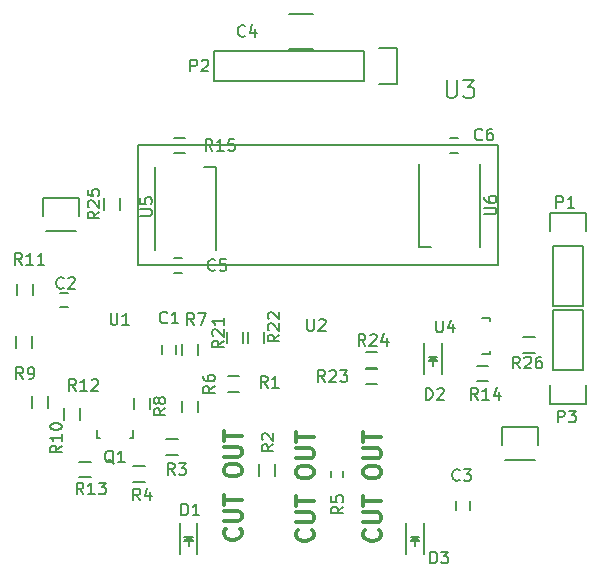
<source format=gbr>
G04 #@! TF.FileFunction,Legend,Top*
%FSLAX46Y46*%
G04 Gerber Fmt 4.6, Leading zero omitted, Abs format (unit mm)*
G04 Created by KiCad (PCBNEW 4.0.2-stable) date 7/28/2016 11:05:09 PM*
%MOMM*%
G01*
G04 APERTURE LIST*
%ADD10C,0.100000*%
%ADD11C,0.300000*%
%ADD12C,0.150000*%
G04 APERTURE END LIST*
D10*
D11*
X155094714Y-111303143D02*
X155166143Y-111374572D01*
X155237571Y-111588858D01*
X155237571Y-111731715D01*
X155166143Y-111946000D01*
X155023286Y-112088858D01*
X154880429Y-112160286D01*
X154594714Y-112231715D01*
X154380429Y-112231715D01*
X154094714Y-112160286D01*
X153951857Y-112088858D01*
X153809000Y-111946000D01*
X153737571Y-111731715D01*
X153737571Y-111588858D01*
X153809000Y-111374572D01*
X153880429Y-111303143D01*
X153737571Y-110660286D02*
X154951857Y-110660286D01*
X155094714Y-110588858D01*
X155166143Y-110517429D01*
X155237571Y-110374572D01*
X155237571Y-110088858D01*
X155166143Y-109946000D01*
X155094714Y-109874572D01*
X154951857Y-109803143D01*
X153737571Y-109803143D01*
X153737571Y-109303143D02*
X153737571Y-108446000D01*
X155237571Y-108874571D02*
X153737571Y-108874571D01*
X153737571Y-106517429D02*
X153737571Y-106231715D01*
X153809000Y-106088857D01*
X153951857Y-105946000D01*
X154237571Y-105874572D01*
X154737571Y-105874572D01*
X155023286Y-105946000D01*
X155166143Y-106088857D01*
X155237571Y-106231715D01*
X155237571Y-106517429D01*
X155166143Y-106660286D01*
X155023286Y-106803143D01*
X154737571Y-106874572D01*
X154237571Y-106874572D01*
X153951857Y-106803143D01*
X153809000Y-106660286D01*
X153737571Y-106517429D01*
X153737571Y-105231714D02*
X154951857Y-105231714D01*
X155094714Y-105160286D01*
X155166143Y-105088857D01*
X155237571Y-104946000D01*
X155237571Y-104660286D01*
X155166143Y-104517428D01*
X155094714Y-104446000D01*
X154951857Y-104374571D01*
X153737571Y-104374571D01*
X153737571Y-103874571D02*
X153737571Y-103017428D01*
X155237571Y-103445999D02*
X153737571Y-103445999D01*
X149379714Y-111303143D02*
X149451143Y-111374572D01*
X149522571Y-111588858D01*
X149522571Y-111731715D01*
X149451143Y-111946000D01*
X149308286Y-112088858D01*
X149165429Y-112160286D01*
X148879714Y-112231715D01*
X148665429Y-112231715D01*
X148379714Y-112160286D01*
X148236857Y-112088858D01*
X148094000Y-111946000D01*
X148022571Y-111731715D01*
X148022571Y-111588858D01*
X148094000Y-111374572D01*
X148165429Y-111303143D01*
X148022571Y-110660286D02*
X149236857Y-110660286D01*
X149379714Y-110588858D01*
X149451143Y-110517429D01*
X149522571Y-110374572D01*
X149522571Y-110088858D01*
X149451143Y-109946000D01*
X149379714Y-109874572D01*
X149236857Y-109803143D01*
X148022571Y-109803143D01*
X148022571Y-109303143D02*
X148022571Y-108446000D01*
X149522571Y-108874571D02*
X148022571Y-108874571D01*
X148022571Y-106517429D02*
X148022571Y-106231715D01*
X148094000Y-106088857D01*
X148236857Y-105946000D01*
X148522571Y-105874572D01*
X149022571Y-105874572D01*
X149308286Y-105946000D01*
X149451143Y-106088857D01*
X149522571Y-106231715D01*
X149522571Y-106517429D01*
X149451143Y-106660286D01*
X149308286Y-106803143D01*
X149022571Y-106874572D01*
X148522571Y-106874572D01*
X148236857Y-106803143D01*
X148094000Y-106660286D01*
X148022571Y-106517429D01*
X148022571Y-105231714D02*
X149236857Y-105231714D01*
X149379714Y-105160286D01*
X149451143Y-105088857D01*
X149522571Y-104946000D01*
X149522571Y-104660286D01*
X149451143Y-104517428D01*
X149379714Y-104446000D01*
X149236857Y-104374571D01*
X148022571Y-104374571D01*
X148022571Y-103874571D02*
X148022571Y-103017428D01*
X149522571Y-103445999D02*
X148022571Y-103445999D01*
X143283714Y-111176143D02*
X143355143Y-111247572D01*
X143426571Y-111461858D01*
X143426571Y-111604715D01*
X143355143Y-111819000D01*
X143212286Y-111961858D01*
X143069429Y-112033286D01*
X142783714Y-112104715D01*
X142569429Y-112104715D01*
X142283714Y-112033286D01*
X142140857Y-111961858D01*
X141998000Y-111819000D01*
X141926571Y-111604715D01*
X141926571Y-111461858D01*
X141998000Y-111247572D01*
X142069429Y-111176143D01*
X141926571Y-110533286D02*
X143140857Y-110533286D01*
X143283714Y-110461858D01*
X143355143Y-110390429D01*
X143426571Y-110247572D01*
X143426571Y-109961858D01*
X143355143Y-109819000D01*
X143283714Y-109747572D01*
X143140857Y-109676143D01*
X141926571Y-109676143D01*
X141926571Y-109176143D02*
X141926571Y-108319000D01*
X143426571Y-108747571D02*
X141926571Y-108747571D01*
X141926571Y-106390429D02*
X141926571Y-106104715D01*
X141998000Y-105961857D01*
X142140857Y-105819000D01*
X142426571Y-105747572D01*
X142926571Y-105747572D01*
X143212286Y-105819000D01*
X143355143Y-105961857D01*
X143426571Y-106104715D01*
X143426571Y-106390429D01*
X143355143Y-106533286D01*
X143212286Y-106676143D01*
X142926571Y-106747572D01*
X142426571Y-106747572D01*
X142140857Y-106676143D01*
X141998000Y-106533286D01*
X141926571Y-106390429D01*
X141926571Y-105104714D02*
X143140857Y-105104714D01*
X143283714Y-105033286D01*
X143355143Y-104961857D01*
X143426571Y-104819000D01*
X143426571Y-104533286D01*
X143355143Y-104390428D01*
X143283714Y-104319000D01*
X143140857Y-104247571D01*
X141926571Y-104247571D01*
X141926571Y-103747571D02*
X141926571Y-102890428D01*
X143426571Y-103318999D02*
X141926571Y-103318999D01*
D12*
X165100000Y-88900000D02*
X134620000Y-88900000D01*
X134620000Y-88900000D02*
X134620000Y-78740000D01*
X134620000Y-78740000D02*
X165100000Y-78740000D01*
X165100000Y-78740000D02*
X165100000Y-88900000D01*
X137887000Y-95662000D02*
X137887000Y-96362000D01*
X136687000Y-96362000D02*
X136687000Y-95662000D01*
X128047000Y-91221000D02*
X128747000Y-91221000D01*
X128747000Y-92421000D02*
X128047000Y-92421000D01*
X161579000Y-109570000D02*
X161579000Y-108870000D01*
X162779000Y-108870000D02*
X162779000Y-109570000D01*
X143248000Y-99608000D02*
X142248000Y-99608000D01*
X142248000Y-98258000D02*
X143248000Y-98258000D01*
X137041000Y-103592000D02*
X138041000Y-103592000D01*
X138041000Y-104942000D02*
X137041000Y-104942000D01*
X134247000Y-105878000D02*
X135247000Y-105878000D01*
X135247000Y-107228000D02*
X134247000Y-107228000D01*
X152036000Y-106803000D02*
X152036000Y-106303000D01*
X150986000Y-106303000D02*
X150986000Y-106803000D01*
X139740000Y-100338000D02*
X139740000Y-101338000D01*
X138390000Y-101338000D02*
X138390000Y-100338000D01*
X138390000Y-96512000D02*
X138390000Y-95512000D01*
X139740000Y-95512000D02*
X139740000Y-96512000D01*
X135676000Y-100084000D02*
X135676000Y-101084000D01*
X134326000Y-101084000D02*
X134326000Y-100084000D01*
X124293000Y-95877000D02*
X124293000Y-94877000D01*
X125643000Y-94877000D02*
X125643000Y-95877000D01*
X125690000Y-100957000D02*
X125690000Y-99957000D01*
X127040000Y-99957000D02*
X127040000Y-100957000D01*
X125770000Y-90432000D02*
X125770000Y-91432000D01*
X124420000Y-91432000D02*
X124420000Y-90432000D01*
X129707000Y-100973000D02*
X129707000Y-101973000D01*
X128357000Y-101973000D02*
X128357000Y-100973000D01*
X129675000Y-105497000D02*
X130675000Y-105497000D01*
X130675000Y-106847000D02*
X129675000Y-106847000D01*
X163330000Y-97369000D02*
X164330000Y-97369000D01*
X164330000Y-98719000D02*
X163330000Y-98719000D01*
X138188000Y-110668000D02*
X138188000Y-113368000D01*
X139688000Y-110668000D02*
X139688000Y-113368000D01*
X138788000Y-112168000D02*
X139038000Y-112168000D01*
X139038000Y-112168000D02*
X138888000Y-112018000D01*
X139288000Y-111918000D02*
X138588000Y-111918000D01*
X138938000Y-112268000D02*
X138938000Y-112618000D01*
X138938000Y-111918000D02*
X139288000Y-112268000D01*
X139288000Y-112268000D02*
X138588000Y-112268000D01*
X138588000Y-112268000D02*
X138938000Y-111918000D01*
X158889000Y-95428000D02*
X158889000Y-98128000D01*
X160389000Y-95428000D02*
X160389000Y-98128000D01*
X159489000Y-96928000D02*
X159739000Y-96928000D01*
X159739000Y-96928000D02*
X159589000Y-96778000D01*
X159989000Y-96678000D02*
X159289000Y-96678000D01*
X159639000Y-97028000D02*
X159639000Y-97378000D01*
X159639000Y-96678000D02*
X159989000Y-97028000D01*
X159989000Y-97028000D02*
X159289000Y-97028000D01*
X159289000Y-97028000D02*
X159639000Y-96678000D01*
X157365000Y-110668000D02*
X157365000Y-113368000D01*
X158865000Y-110668000D02*
X158865000Y-113368000D01*
X157965000Y-112168000D02*
X158215000Y-112168000D01*
X158215000Y-112168000D02*
X158065000Y-112018000D01*
X158465000Y-111918000D02*
X157765000Y-111918000D01*
X158115000Y-112268000D02*
X158115000Y-112618000D01*
X158115000Y-111918000D02*
X158465000Y-112268000D01*
X158465000Y-112268000D02*
X157765000Y-112268000D01*
X157765000Y-112268000D02*
X158115000Y-111918000D01*
X144930500Y-106735500D02*
X144930500Y-105735500D01*
X146280500Y-105735500D02*
X146280500Y-106735500D01*
X153797000Y-73279000D02*
X141097000Y-73279000D01*
X141097000Y-73279000D02*
X141097000Y-70739000D01*
X141097000Y-70739000D02*
X153797000Y-70739000D01*
X156617000Y-73559000D02*
X155067000Y-73559000D01*
X153797000Y-73279000D02*
X153797000Y-70739000D01*
X155067000Y-70459000D02*
X156617000Y-70459000D01*
X156617000Y-70459000D02*
X156617000Y-73559000D01*
X143550000Y-94496000D02*
X143550000Y-95496000D01*
X142200000Y-95496000D02*
X142200000Y-94496000D01*
X145328000Y-94496000D02*
X145328000Y-95496000D01*
X143978000Y-95496000D02*
X143978000Y-94496000D01*
X154932000Y-98973000D02*
X153932000Y-98973000D01*
X153932000Y-97623000D02*
X154932000Y-97623000D01*
X154932000Y-97576000D02*
X153932000Y-97576000D01*
X153932000Y-96226000D02*
X154932000Y-96226000D01*
X131786000Y-84193000D02*
X131786000Y-83193000D01*
X133136000Y-83193000D02*
X133136000Y-84193000D01*
X168267000Y-96306000D02*
X167267000Y-96306000D01*
X167267000Y-94956000D02*
X168267000Y-94956000D01*
X164480240Y-96168160D02*
X164480240Y-96119900D01*
X163779200Y-93369180D02*
X164480240Y-93369180D01*
X164480240Y-93369180D02*
X164480240Y-93618100D01*
X164480240Y-96168160D02*
X164480240Y-96368820D01*
X164480240Y-96368820D02*
X163779200Y-96368820D01*
X137699000Y-88300000D02*
X138399000Y-88300000D01*
X138399000Y-89500000D02*
X137699000Y-89500000D01*
X161767000Y-79340000D02*
X161067000Y-79340000D01*
X161067000Y-78140000D02*
X161767000Y-78140000D01*
X136084000Y-87574000D02*
X136084000Y-80574000D01*
X141284000Y-87574000D02*
X141284000Y-80574000D01*
X141284000Y-80574000D02*
X140284000Y-80574000D01*
X163636000Y-80320000D02*
X163636000Y-87320000D01*
X158436000Y-80320000D02*
X158436000Y-87320000D01*
X158436000Y-87320000D02*
X159436000Y-87320000D01*
X131415840Y-103520240D02*
X131464100Y-103520240D01*
X134214820Y-102819200D02*
X134214820Y-103520240D01*
X134214820Y-103520240D02*
X133965900Y-103520240D01*
X131415840Y-103520240D02*
X131215180Y-103520240D01*
X131215180Y-103520240D02*
X131215180Y-102819200D01*
X129693000Y-83159000D02*
X129693000Y-84709000D01*
X126593000Y-84709000D02*
X126593000Y-83159000D01*
X126593000Y-83159000D02*
X129693000Y-83159000D01*
X126873000Y-85979000D02*
X129413000Y-85979000D01*
X168555000Y-102590000D02*
X168555000Y-104140000D01*
X165455000Y-104140000D02*
X165455000Y-102590000D01*
X165455000Y-102590000D02*
X168555000Y-102590000D01*
X165735000Y-105410000D02*
X168275000Y-105410000D01*
X149463000Y-67613000D02*
X147463000Y-67613000D01*
X147463000Y-70563000D02*
X149463000Y-70563000D01*
X169799000Y-87249000D02*
X169799000Y-92329000D01*
X169799000Y-92329000D02*
X172339000Y-92329000D01*
X172339000Y-92329000D02*
X172339000Y-87249000D01*
X172619000Y-84429000D02*
X172619000Y-85979000D01*
X172339000Y-87249000D02*
X169799000Y-87249000D01*
X169519000Y-85979000D02*
X169519000Y-84429000D01*
X169519000Y-84429000D02*
X172619000Y-84429000D01*
X172339000Y-97790000D02*
X172339000Y-92710000D01*
X172339000Y-92710000D02*
X169799000Y-92710000D01*
X169799000Y-92710000D02*
X169799000Y-97790000D01*
X169519000Y-100610000D02*
X169519000Y-99060000D01*
X169799000Y-97790000D02*
X172339000Y-97790000D01*
X172619000Y-99060000D02*
X172619000Y-100610000D01*
X172619000Y-100610000D02*
X169519000Y-100610000D01*
X138676000Y-79415000D02*
X137676000Y-79415000D01*
X137676000Y-78065000D02*
X138676000Y-78065000D01*
X160782143Y-73219571D02*
X160782143Y-74433857D01*
X160853571Y-74576714D01*
X160925000Y-74648143D01*
X161067857Y-74719571D01*
X161353571Y-74719571D01*
X161496429Y-74648143D01*
X161567857Y-74576714D01*
X161639286Y-74433857D01*
X161639286Y-73219571D01*
X162210715Y-73219571D02*
X163139286Y-73219571D01*
X162639286Y-73791000D01*
X162853572Y-73791000D01*
X162996429Y-73862429D01*
X163067858Y-73933857D01*
X163139286Y-74076714D01*
X163139286Y-74433857D01*
X163067858Y-74576714D01*
X162996429Y-74648143D01*
X162853572Y-74719571D01*
X162425000Y-74719571D01*
X162282143Y-74648143D01*
X162210715Y-74576714D01*
X137120334Y-93702143D02*
X137072715Y-93749762D01*
X136929858Y-93797381D01*
X136834620Y-93797381D01*
X136691762Y-93749762D01*
X136596524Y-93654524D01*
X136548905Y-93559286D01*
X136501286Y-93368810D01*
X136501286Y-93225952D01*
X136548905Y-93035476D01*
X136596524Y-92940238D01*
X136691762Y-92845000D01*
X136834620Y-92797381D01*
X136929858Y-92797381D01*
X137072715Y-92845000D01*
X137120334Y-92892619D01*
X138072715Y-93797381D02*
X137501286Y-93797381D01*
X137787000Y-93797381D02*
X137787000Y-92797381D01*
X137691762Y-92940238D01*
X137596524Y-93035476D01*
X137501286Y-93083095D01*
X128357334Y-90781143D02*
X128309715Y-90828762D01*
X128166858Y-90876381D01*
X128071620Y-90876381D01*
X127928762Y-90828762D01*
X127833524Y-90733524D01*
X127785905Y-90638286D01*
X127738286Y-90447810D01*
X127738286Y-90304952D01*
X127785905Y-90114476D01*
X127833524Y-90019238D01*
X127928762Y-89924000D01*
X128071620Y-89876381D01*
X128166858Y-89876381D01*
X128309715Y-89924000D01*
X128357334Y-89971619D01*
X128738286Y-89971619D02*
X128785905Y-89924000D01*
X128881143Y-89876381D01*
X129119239Y-89876381D01*
X129214477Y-89924000D01*
X129262096Y-89971619D01*
X129309715Y-90066857D01*
X129309715Y-90162095D01*
X129262096Y-90304952D01*
X128690667Y-90876381D01*
X129309715Y-90876381D01*
X161885334Y-107037143D02*
X161837715Y-107084762D01*
X161694858Y-107132381D01*
X161599620Y-107132381D01*
X161456762Y-107084762D01*
X161361524Y-106989524D01*
X161313905Y-106894286D01*
X161266286Y-106703810D01*
X161266286Y-106560952D01*
X161313905Y-106370476D01*
X161361524Y-106275238D01*
X161456762Y-106180000D01*
X161599620Y-106132381D01*
X161694858Y-106132381D01*
X161837715Y-106180000D01*
X161885334Y-106227619D01*
X162218667Y-106132381D02*
X162837715Y-106132381D01*
X162504381Y-106513333D01*
X162647239Y-106513333D01*
X162742477Y-106560952D01*
X162790096Y-106608571D01*
X162837715Y-106703810D01*
X162837715Y-106941905D01*
X162790096Y-107037143D01*
X162742477Y-107084762D01*
X162647239Y-107132381D01*
X162361524Y-107132381D01*
X162266286Y-107084762D01*
X162218667Y-107037143D01*
X145629334Y-99258381D02*
X145296000Y-98782190D01*
X145057905Y-99258381D02*
X145057905Y-98258381D01*
X145438858Y-98258381D01*
X145534096Y-98306000D01*
X145581715Y-98353619D01*
X145629334Y-98448857D01*
X145629334Y-98591714D01*
X145581715Y-98686952D01*
X145534096Y-98734571D01*
X145438858Y-98782190D01*
X145057905Y-98782190D01*
X146581715Y-99258381D02*
X146010286Y-99258381D01*
X146296000Y-99258381D02*
X146296000Y-98258381D01*
X146200762Y-98401238D01*
X146105524Y-98496476D01*
X146010286Y-98544095D01*
X137755334Y-106624381D02*
X137422000Y-106148190D01*
X137183905Y-106624381D02*
X137183905Y-105624381D01*
X137564858Y-105624381D01*
X137660096Y-105672000D01*
X137707715Y-105719619D01*
X137755334Y-105814857D01*
X137755334Y-105957714D01*
X137707715Y-106052952D01*
X137660096Y-106100571D01*
X137564858Y-106148190D01*
X137183905Y-106148190D01*
X138088667Y-105624381D02*
X138707715Y-105624381D01*
X138374381Y-106005333D01*
X138517239Y-106005333D01*
X138612477Y-106052952D01*
X138660096Y-106100571D01*
X138707715Y-106195810D01*
X138707715Y-106433905D01*
X138660096Y-106529143D01*
X138612477Y-106576762D01*
X138517239Y-106624381D01*
X138231524Y-106624381D01*
X138136286Y-106576762D01*
X138088667Y-106529143D01*
X134834334Y-108783381D02*
X134501000Y-108307190D01*
X134262905Y-108783381D02*
X134262905Y-107783381D01*
X134643858Y-107783381D01*
X134739096Y-107831000D01*
X134786715Y-107878619D01*
X134834334Y-107973857D01*
X134834334Y-108116714D01*
X134786715Y-108211952D01*
X134739096Y-108259571D01*
X134643858Y-108307190D01*
X134262905Y-108307190D01*
X135691477Y-108116714D02*
X135691477Y-108783381D01*
X135453381Y-107735762D02*
X135215286Y-108450048D01*
X135834334Y-108450048D01*
X152026881Y-109323166D02*
X151550690Y-109656500D01*
X152026881Y-109894595D02*
X151026881Y-109894595D01*
X151026881Y-109513642D01*
X151074500Y-109418404D01*
X151122119Y-109370785D01*
X151217357Y-109323166D01*
X151360214Y-109323166D01*
X151455452Y-109370785D01*
X151503071Y-109418404D01*
X151550690Y-109513642D01*
X151550690Y-109894595D01*
X151026881Y-108418404D02*
X151026881Y-108894595D01*
X151503071Y-108942214D01*
X151455452Y-108894595D01*
X151407833Y-108799357D01*
X151407833Y-108561261D01*
X151455452Y-108466023D01*
X151503071Y-108418404D01*
X151598310Y-108370785D01*
X151836405Y-108370785D01*
X151931643Y-108418404D01*
X151979262Y-108466023D01*
X152026881Y-108561261D01*
X152026881Y-108799357D01*
X151979262Y-108894595D01*
X151931643Y-108942214D01*
X141168381Y-99099666D02*
X140692190Y-99433000D01*
X141168381Y-99671095D02*
X140168381Y-99671095D01*
X140168381Y-99290142D01*
X140216000Y-99194904D01*
X140263619Y-99147285D01*
X140358857Y-99099666D01*
X140501714Y-99099666D01*
X140596952Y-99147285D01*
X140644571Y-99194904D01*
X140692190Y-99290142D01*
X140692190Y-99671095D01*
X140168381Y-98242523D02*
X140168381Y-98433000D01*
X140216000Y-98528238D01*
X140263619Y-98575857D01*
X140406476Y-98671095D01*
X140596952Y-98718714D01*
X140977905Y-98718714D01*
X141073143Y-98671095D01*
X141120762Y-98623476D01*
X141168381Y-98528238D01*
X141168381Y-98337761D01*
X141120762Y-98242523D01*
X141073143Y-98194904D01*
X140977905Y-98147285D01*
X140739810Y-98147285D01*
X140644571Y-98194904D01*
X140596952Y-98242523D01*
X140549333Y-98337761D01*
X140549333Y-98528238D01*
X140596952Y-98623476D01*
X140644571Y-98671095D01*
X140739810Y-98718714D01*
X139406334Y-93924381D02*
X139073000Y-93448190D01*
X138834905Y-93924381D02*
X138834905Y-92924381D01*
X139215858Y-92924381D01*
X139311096Y-92972000D01*
X139358715Y-93019619D01*
X139406334Y-93114857D01*
X139406334Y-93257714D01*
X139358715Y-93352952D01*
X139311096Y-93400571D01*
X139215858Y-93448190D01*
X138834905Y-93448190D01*
X139739667Y-92924381D02*
X140406334Y-92924381D01*
X139977762Y-93924381D01*
X136977381Y-101004666D02*
X136501190Y-101338000D01*
X136977381Y-101576095D02*
X135977381Y-101576095D01*
X135977381Y-101195142D01*
X136025000Y-101099904D01*
X136072619Y-101052285D01*
X136167857Y-101004666D01*
X136310714Y-101004666D01*
X136405952Y-101052285D01*
X136453571Y-101099904D01*
X136501190Y-101195142D01*
X136501190Y-101576095D01*
X136405952Y-100433238D02*
X136358333Y-100528476D01*
X136310714Y-100576095D01*
X136215476Y-100623714D01*
X136167857Y-100623714D01*
X136072619Y-100576095D01*
X136025000Y-100528476D01*
X135977381Y-100433238D01*
X135977381Y-100242761D01*
X136025000Y-100147523D01*
X136072619Y-100099904D01*
X136167857Y-100052285D01*
X136215476Y-100052285D01*
X136310714Y-100099904D01*
X136358333Y-100147523D01*
X136405952Y-100242761D01*
X136405952Y-100433238D01*
X136453571Y-100528476D01*
X136501190Y-100576095D01*
X136596429Y-100623714D01*
X136786905Y-100623714D01*
X136882143Y-100576095D01*
X136929762Y-100528476D01*
X136977381Y-100433238D01*
X136977381Y-100242761D01*
X136929762Y-100147523D01*
X136882143Y-100099904D01*
X136786905Y-100052285D01*
X136596429Y-100052285D01*
X136501190Y-100099904D01*
X136453571Y-100147523D01*
X136405952Y-100242761D01*
X124928334Y-98496381D02*
X124595000Y-98020190D01*
X124356905Y-98496381D02*
X124356905Y-97496381D01*
X124737858Y-97496381D01*
X124833096Y-97544000D01*
X124880715Y-97591619D01*
X124928334Y-97686857D01*
X124928334Y-97829714D01*
X124880715Y-97924952D01*
X124833096Y-97972571D01*
X124737858Y-98020190D01*
X124356905Y-98020190D01*
X125404524Y-98496381D02*
X125595000Y-98496381D01*
X125690239Y-98448762D01*
X125737858Y-98401143D01*
X125833096Y-98258286D01*
X125880715Y-98067810D01*
X125880715Y-97686857D01*
X125833096Y-97591619D01*
X125785477Y-97544000D01*
X125690239Y-97496381D01*
X125499762Y-97496381D01*
X125404524Y-97544000D01*
X125356905Y-97591619D01*
X125309286Y-97686857D01*
X125309286Y-97924952D01*
X125356905Y-98020190D01*
X125404524Y-98067810D01*
X125499762Y-98115429D01*
X125690239Y-98115429D01*
X125785477Y-98067810D01*
X125833096Y-98020190D01*
X125880715Y-97924952D01*
X128214381Y-104147857D02*
X127738190Y-104481191D01*
X128214381Y-104719286D02*
X127214381Y-104719286D01*
X127214381Y-104338333D01*
X127262000Y-104243095D01*
X127309619Y-104195476D01*
X127404857Y-104147857D01*
X127547714Y-104147857D01*
X127642952Y-104195476D01*
X127690571Y-104243095D01*
X127738190Y-104338333D01*
X127738190Y-104719286D01*
X128214381Y-103195476D02*
X128214381Y-103766905D01*
X128214381Y-103481191D02*
X127214381Y-103481191D01*
X127357238Y-103576429D01*
X127452476Y-103671667D01*
X127500095Y-103766905D01*
X127214381Y-102576429D02*
X127214381Y-102481190D01*
X127262000Y-102385952D01*
X127309619Y-102338333D01*
X127404857Y-102290714D01*
X127595333Y-102243095D01*
X127833429Y-102243095D01*
X128023905Y-102290714D01*
X128119143Y-102338333D01*
X128166762Y-102385952D01*
X128214381Y-102481190D01*
X128214381Y-102576429D01*
X128166762Y-102671667D01*
X128119143Y-102719286D01*
X128023905Y-102766905D01*
X127833429Y-102814524D01*
X127595333Y-102814524D01*
X127404857Y-102766905D01*
X127309619Y-102719286D01*
X127262000Y-102671667D01*
X127214381Y-102576429D01*
X124833143Y-88844381D02*
X124499809Y-88368190D01*
X124261714Y-88844381D02*
X124261714Y-87844381D01*
X124642667Y-87844381D01*
X124737905Y-87892000D01*
X124785524Y-87939619D01*
X124833143Y-88034857D01*
X124833143Y-88177714D01*
X124785524Y-88272952D01*
X124737905Y-88320571D01*
X124642667Y-88368190D01*
X124261714Y-88368190D01*
X125785524Y-88844381D02*
X125214095Y-88844381D01*
X125499809Y-88844381D02*
X125499809Y-87844381D01*
X125404571Y-87987238D01*
X125309333Y-88082476D01*
X125214095Y-88130095D01*
X126737905Y-88844381D02*
X126166476Y-88844381D01*
X126452190Y-88844381D02*
X126452190Y-87844381D01*
X126356952Y-87987238D01*
X126261714Y-88082476D01*
X126166476Y-88130095D01*
X129405143Y-99512381D02*
X129071809Y-99036190D01*
X128833714Y-99512381D02*
X128833714Y-98512381D01*
X129214667Y-98512381D01*
X129309905Y-98560000D01*
X129357524Y-98607619D01*
X129405143Y-98702857D01*
X129405143Y-98845714D01*
X129357524Y-98940952D01*
X129309905Y-98988571D01*
X129214667Y-99036190D01*
X128833714Y-99036190D01*
X130357524Y-99512381D02*
X129786095Y-99512381D01*
X130071809Y-99512381D02*
X130071809Y-98512381D01*
X129976571Y-98655238D01*
X129881333Y-98750476D01*
X129786095Y-98798095D01*
X130738476Y-98607619D02*
X130786095Y-98560000D01*
X130881333Y-98512381D01*
X131119429Y-98512381D01*
X131214667Y-98560000D01*
X131262286Y-98607619D01*
X131309905Y-98702857D01*
X131309905Y-98798095D01*
X131262286Y-98940952D01*
X130690857Y-99512381D01*
X131309905Y-99512381D01*
X130040143Y-108275381D02*
X129706809Y-107799190D01*
X129468714Y-108275381D02*
X129468714Y-107275381D01*
X129849667Y-107275381D01*
X129944905Y-107323000D01*
X129992524Y-107370619D01*
X130040143Y-107465857D01*
X130040143Y-107608714D01*
X129992524Y-107703952D01*
X129944905Y-107751571D01*
X129849667Y-107799190D01*
X129468714Y-107799190D01*
X130992524Y-108275381D02*
X130421095Y-108275381D01*
X130706809Y-108275381D02*
X130706809Y-107275381D01*
X130611571Y-107418238D01*
X130516333Y-107513476D01*
X130421095Y-107561095D01*
X131325857Y-107275381D02*
X131944905Y-107275381D01*
X131611571Y-107656333D01*
X131754429Y-107656333D01*
X131849667Y-107703952D01*
X131897286Y-107751571D01*
X131944905Y-107846810D01*
X131944905Y-108084905D01*
X131897286Y-108180143D01*
X131849667Y-108227762D01*
X131754429Y-108275381D01*
X131468714Y-108275381D01*
X131373476Y-108227762D01*
X131325857Y-108180143D01*
X163441143Y-100274381D02*
X163107809Y-99798190D01*
X162869714Y-100274381D02*
X162869714Y-99274381D01*
X163250667Y-99274381D01*
X163345905Y-99322000D01*
X163393524Y-99369619D01*
X163441143Y-99464857D01*
X163441143Y-99607714D01*
X163393524Y-99702952D01*
X163345905Y-99750571D01*
X163250667Y-99798190D01*
X162869714Y-99798190D01*
X164393524Y-100274381D02*
X163822095Y-100274381D01*
X164107809Y-100274381D02*
X164107809Y-99274381D01*
X164012571Y-99417238D01*
X163917333Y-99512476D01*
X163822095Y-99560095D01*
X165250667Y-99607714D02*
X165250667Y-100274381D01*
X165012571Y-99226762D02*
X164774476Y-99941048D01*
X165393524Y-99941048D01*
X148971095Y-93432381D02*
X148971095Y-94241905D01*
X149018714Y-94337143D01*
X149066333Y-94384762D01*
X149161571Y-94432381D01*
X149352048Y-94432381D01*
X149447286Y-94384762D01*
X149494905Y-94337143D01*
X149542524Y-94241905D01*
X149542524Y-93432381D01*
X149971095Y-93527619D02*
X150018714Y-93480000D01*
X150113952Y-93432381D01*
X150352048Y-93432381D01*
X150447286Y-93480000D01*
X150494905Y-93527619D01*
X150542524Y-93622857D01*
X150542524Y-93718095D01*
X150494905Y-93860952D01*
X149923476Y-94432381D01*
X150542524Y-94432381D01*
X132334095Y-92924381D02*
X132334095Y-93733905D01*
X132381714Y-93829143D01*
X132429333Y-93876762D01*
X132524571Y-93924381D01*
X132715048Y-93924381D01*
X132810286Y-93876762D01*
X132857905Y-93829143D01*
X132905524Y-93733905D01*
X132905524Y-92924381D01*
X133905524Y-93924381D02*
X133334095Y-93924381D01*
X133619809Y-93924381D02*
X133619809Y-92924381D01*
X133524571Y-93067238D01*
X133429333Y-93162476D01*
X133334095Y-93210095D01*
X138326905Y-110053381D02*
X138326905Y-109053381D01*
X138565000Y-109053381D01*
X138707858Y-109101000D01*
X138803096Y-109196238D01*
X138850715Y-109291476D01*
X138898334Y-109481952D01*
X138898334Y-109624810D01*
X138850715Y-109815286D01*
X138803096Y-109910524D01*
X138707858Y-110005762D01*
X138565000Y-110053381D01*
X138326905Y-110053381D01*
X139850715Y-110053381D02*
X139279286Y-110053381D01*
X139565000Y-110053381D02*
X139565000Y-109053381D01*
X139469762Y-109196238D01*
X139374524Y-109291476D01*
X139279286Y-109339095D01*
X159027905Y-100274381D02*
X159027905Y-99274381D01*
X159266000Y-99274381D01*
X159408858Y-99322000D01*
X159504096Y-99417238D01*
X159551715Y-99512476D01*
X159599334Y-99702952D01*
X159599334Y-99845810D01*
X159551715Y-100036286D01*
X159504096Y-100131524D01*
X159408858Y-100226762D01*
X159266000Y-100274381D01*
X159027905Y-100274381D01*
X159980286Y-99369619D02*
X160027905Y-99322000D01*
X160123143Y-99274381D01*
X160361239Y-99274381D01*
X160456477Y-99322000D01*
X160504096Y-99369619D01*
X160551715Y-99464857D01*
X160551715Y-99560095D01*
X160504096Y-99702952D01*
X159932667Y-100274381D01*
X160551715Y-100274381D01*
X159408905Y-114117381D02*
X159408905Y-113117381D01*
X159647000Y-113117381D01*
X159789858Y-113165000D01*
X159885096Y-113260238D01*
X159932715Y-113355476D01*
X159980334Y-113545952D01*
X159980334Y-113688810D01*
X159932715Y-113879286D01*
X159885096Y-113974524D01*
X159789858Y-114069762D01*
X159647000Y-114117381D01*
X159408905Y-114117381D01*
X160313667Y-113117381D02*
X160932715Y-113117381D01*
X160599381Y-113498333D01*
X160742239Y-113498333D01*
X160837477Y-113545952D01*
X160885096Y-113593571D01*
X160932715Y-113688810D01*
X160932715Y-113926905D01*
X160885096Y-114022143D01*
X160837477Y-114069762D01*
X160742239Y-114117381D01*
X160456524Y-114117381D01*
X160361286Y-114069762D01*
X160313667Y-114022143D01*
X146121381Y-104052666D02*
X145645190Y-104386000D01*
X146121381Y-104624095D02*
X145121381Y-104624095D01*
X145121381Y-104243142D01*
X145169000Y-104147904D01*
X145216619Y-104100285D01*
X145311857Y-104052666D01*
X145454714Y-104052666D01*
X145549952Y-104100285D01*
X145597571Y-104147904D01*
X145645190Y-104243142D01*
X145645190Y-104624095D01*
X145216619Y-103671714D02*
X145169000Y-103624095D01*
X145121381Y-103528857D01*
X145121381Y-103290761D01*
X145169000Y-103195523D01*
X145216619Y-103147904D01*
X145311857Y-103100285D01*
X145407095Y-103100285D01*
X145549952Y-103147904D01*
X146121381Y-103719333D01*
X146121381Y-103100285D01*
X139088905Y-72461381D02*
X139088905Y-71461381D01*
X139469858Y-71461381D01*
X139565096Y-71509000D01*
X139612715Y-71556619D01*
X139660334Y-71651857D01*
X139660334Y-71794714D01*
X139612715Y-71889952D01*
X139565096Y-71937571D01*
X139469858Y-71985190D01*
X139088905Y-71985190D01*
X140041286Y-71556619D02*
X140088905Y-71509000D01*
X140184143Y-71461381D01*
X140422239Y-71461381D01*
X140517477Y-71509000D01*
X140565096Y-71556619D01*
X140612715Y-71651857D01*
X140612715Y-71747095D01*
X140565096Y-71889952D01*
X139993667Y-72461381D01*
X140612715Y-72461381D01*
X141930381Y-95257857D02*
X141454190Y-95591191D01*
X141930381Y-95829286D02*
X140930381Y-95829286D01*
X140930381Y-95448333D01*
X140978000Y-95353095D01*
X141025619Y-95305476D01*
X141120857Y-95257857D01*
X141263714Y-95257857D01*
X141358952Y-95305476D01*
X141406571Y-95353095D01*
X141454190Y-95448333D01*
X141454190Y-95829286D01*
X141025619Y-94876905D02*
X140978000Y-94829286D01*
X140930381Y-94734048D01*
X140930381Y-94495952D01*
X140978000Y-94400714D01*
X141025619Y-94353095D01*
X141120857Y-94305476D01*
X141216095Y-94305476D01*
X141358952Y-94353095D01*
X141930381Y-94924524D01*
X141930381Y-94305476D01*
X141930381Y-93353095D02*
X141930381Y-93924524D01*
X141930381Y-93638810D02*
X140930381Y-93638810D01*
X141073238Y-93734048D01*
X141168476Y-93829286D01*
X141216095Y-93924524D01*
X146629381Y-94749857D02*
X146153190Y-95083191D01*
X146629381Y-95321286D02*
X145629381Y-95321286D01*
X145629381Y-94940333D01*
X145677000Y-94845095D01*
X145724619Y-94797476D01*
X145819857Y-94749857D01*
X145962714Y-94749857D01*
X146057952Y-94797476D01*
X146105571Y-94845095D01*
X146153190Y-94940333D01*
X146153190Y-95321286D01*
X145724619Y-94368905D02*
X145677000Y-94321286D01*
X145629381Y-94226048D01*
X145629381Y-93987952D01*
X145677000Y-93892714D01*
X145724619Y-93845095D01*
X145819857Y-93797476D01*
X145915095Y-93797476D01*
X146057952Y-93845095D01*
X146629381Y-94416524D01*
X146629381Y-93797476D01*
X145724619Y-93416524D02*
X145677000Y-93368905D01*
X145629381Y-93273667D01*
X145629381Y-93035571D01*
X145677000Y-92940333D01*
X145724619Y-92892714D01*
X145819857Y-92845095D01*
X145915095Y-92845095D01*
X146057952Y-92892714D01*
X146629381Y-93464143D01*
X146629381Y-92845095D01*
X150487143Y-98750381D02*
X150153809Y-98274190D01*
X149915714Y-98750381D02*
X149915714Y-97750381D01*
X150296667Y-97750381D01*
X150391905Y-97798000D01*
X150439524Y-97845619D01*
X150487143Y-97940857D01*
X150487143Y-98083714D01*
X150439524Y-98178952D01*
X150391905Y-98226571D01*
X150296667Y-98274190D01*
X149915714Y-98274190D01*
X150868095Y-97845619D02*
X150915714Y-97798000D01*
X151010952Y-97750381D01*
X151249048Y-97750381D01*
X151344286Y-97798000D01*
X151391905Y-97845619D01*
X151439524Y-97940857D01*
X151439524Y-98036095D01*
X151391905Y-98178952D01*
X150820476Y-98750381D01*
X151439524Y-98750381D01*
X151772857Y-97750381D02*
X152391905Y-97750381D01*
X152058571Y-98131333D01*
X152201429Y-98131333D01*
X152296667Y-98178952D01*
X152344286Y-98226571D01*
X152391905Y-98321810D01*
X152391905Y-98559905D01*
X152344286Y-98655143D01*
X152296667Y-98702762D01*
X152201429Y-98750381D01*
X151915714Y-98750381D01*
X151820476Y-98702762D01*
X151772857Y-98655143D01*
X153916143Y-95702381D02*
X153582809Y-95226190D01*
X153344714Y-95702381D02*
X153344714Y-94702381D01*
X153725667Y-94702381D01*
X153820905Y-94750000D01*
X153868524Y-94797619D01*
X153916143Y-94892857D01*
X153916143Y-95035714D01*
X153868524Y-95130952D01*
X153820905Y-95178571D01*
X153725667Y-95226190D01*
X153344714Y-95226190D01*
X154297095Y-94797619D02*
X154344714Y-94750000D01*
X154439952Y-94702381D01*
X154678048Y-94702381D01*
X154773286Y-94750000D01*
X154820905Y-94797619D01*
X154868524Y-94892857D01*
X154868524Y-94988095D01*
X154820905Y-95130952D01*
X154249476Y-95702381D01*
X154868524Y-95702381D01*
X155725667Y-95035714D02*
X155725667Y-95702381D01*
X155487571Y-94654762D02*
X155249476Y-95369048D01*
X155868524Y-95369048D01*
X131389381Y-84335857D02*
X130913190Y-84669191D01*
X131389381Y-84907286D02*
X130389381Y-84907286D01*
X130389381Y-84526333D01*
X130437000Y-84431095D01*
X130484619Y-84383476D01*
X130579857Y-84335857D01*
X130722714Y-84335857D01*
X130817952Y-84383476D01*
X130865571Y-84431095D01*
X130913190Y-84526333D01*
X130913190Y-84907286D01*
X130484619Y-83954905D02*
X130437000Y-83907286D01*
X130389381Y-83812048D01*
X130389381Y-83573952D01*
X130437000Y-83478714D01*
X130484619Y-83431095D01*
X130579857Y-83383476D01*
X130675095Y-83383476D01*
X130817952Y-83431095D01*
X131389381Y-84002524D01*
X131389381Y-83383476D01*
X130389381Y-82478714D02*
X130389381Y-82954905D01*
X130865571Y-83002524D01*
X130817952Y-82954905D01*
X130770333Y-82859667D01*
X130770333Y-82621571D01*
X130817952Y-82526333D01*
X130865571Y-82478714D01*
X130960810Y-82431095D01*
X131198905Y-82431095D01*
X131294143Y-82478714D01*
X131341762Y-82526333D01*
X131389381Y-82621571D01*
X131389381Y-82859667D01*
X131341762Y-82954905D01*
X131294143Y-83002524D01*
X166997143Y-97607381D02*
X166663809Y-97131190D01*
X166425714Y-97607381D02*
X166425714Y-96607381D01*
X166806667Y-96607381D01*
X166901905Y-96655000D01*
X166949524Y-96702619D01*
X166997143Y-96797857D01*
X166997143Y-96940714D01*
X166949524Y-97035952D01*
X166901905Y-97083571D01*
X166806667Y-97131190D01*
X166425714Y-97131190D01*
X167378095Y-96702619D02*
X167425714Y-96655000D01*
X167520952Y-96607381D01*
X167759048Y-96607381D01*
X167854286Y-96655000D01*
X167901905Y-96702619D01*
X167949524Y-96797857D01*
X167949524Y-96893095D01*
X167901905Y-97035952D01*
X167330476Y-97607381D01*
X167949524Y-97607381D01*
X168806667Y-96607381D02*
X168616190Y-96607381D01*
X168520952Y-96655000D01*
X168473333Y-96702619D01*
X168378095Y-96845476D01*
X168330476Y-97035952D01*
X168330476Y-97416905D01*
X168378095Y-97512143D01*
X168425714Y-97559762D01*
X168520952Y-97607381D01*
X168711429Y-97607381D01*
X168806667Y-97559762D01*
X168854286Y-97512143D01*
X168901905Y-97416905D01*
X168901905Y-97178810D01*
X168854286Y-97083571D01*
X168806667Y-97035952D01*
X168711429Y-96988333D01*
X168520952Y-96988333D01*
X168425714Y-97035952D01*
X168378095Y-97083571D01*
X168330476Y-97178810D01*
X159893095Y-93559381D02*
X159893095Y-94368905D01*
X159940714Y-94464143D01*
X159988333Y-94511762D01*
X160083571Y-94559381D01*
X160274048Y-94559381D01*
X160369286Y-94511762D01*
X160416905Y-94464143D01*
X160464524Y-94368905D01*
X160464524Y-93559381D01*
X161369286Y-93892714D02*
X161369286Y-94559381D01*
X161131190Y-93511762D02*
X160893095Y-94226048D01*
X161512143Y-94226048D01*
X141184334Y-89257143D02*
X141136715Y-89304762D01*
X140993858Y-89352381D01*
X140898620Y-89352381D01*
X140755762Y-89304762D01*
X140660524Y-89209524D01*
X140612905Y-89114286D01*
X140565286Y-88923810D01*
X140565286Y-88780952D01*
X140612905Y-88590476D01*
X140660524Y-88495238D01*
X140755762Y-88400000D01*
X140898620Y-88352381D01*
X140993858Y-88352381D01*
X141136715Y-88400000D01*
X141184334Y-88447619D01*
X142089096Y-88352381D02*
X141612905Y-88352381D01*
X141565286Y-88828571D01*
X141612905Y-88780952D01*
X141708143Y-88733333D01*
X141946239Y-88733333D01*
X142041477Y-88780952D01*
X142089096Y-88828571D01*
X142136715Y-88923810D01*
X142136715Y-89161905D01*
X142089096Y-89257143D01*
X142041477Y-89304762D01*
X141946239Y-89352381D01*
X141708143Y-89352381D01*
X141612905Y-89304762D01*
X141565286Y-89257143D01*
X163790334Y-78208143D02*
X163742715Y-78255762D01*
X163599858Y-78303381D01*
X163504620Y-78303381D01*
X163361762Y-78255762D01*
X163266524Y-78160524D01*
X163218905Y-78065286D01*
X163171286Y-77874810D01*
X163171286Y-77731952D01*
X163218905Y-77541476D01*
X163266524Y-77446238D01*
X163361762Y-77351000D01*
X163504620Y-77303381D01*
X163599858Y-77303381D01*
X163742715Y-77351000D01*
X163790334Y-77398619D01*
X164647477Y-77303381D02*
X164457000Y-77303381D01*
X164361762Y-77351000D01*
X164314143Y-77398619D01*
X164218905Y-77541476D01*
X164171286Y-77731952D01*
X164171286Y-78112905D01*
X164218905Y-78208143D01*
X164266524Y-78255762D01*
X164361762Y-78303381D01*
X164552239Y-78303381D01*
X164647477Y-78255762D01*
X164695096Y-78208143D01*
X164742715Y-78112905D01*
X164742715Y-77874810D01*
X164695096Y-77779571D01*
X164647477Y-77731952D01*
X164552239Y-77684333D01*
X164361762Y-77684333D01*
X164266524Y-77731952D01*
X164218905Y-77779571D01*
X164171286Y-77874810D01*
X134834381Y-84708905D02*
X135643905Y-84708905D01*
X135739143Y-84661286D01*
X135786762Y-84613667D01*
X135834381Y-84518429D01*
X135834381Y-84327952D01*
X135786762Y-84232714D01*
X135739143Y-84185095D01*
X135643905Y-84137476D01*
X134834381Y-84137476D01*
X134834381Y-83185095D02*
X134834381Y-83661286D01*
X135310571Y-83708905D01*
X135262952Y-83661286D01*
X135215333Y-83566048D01*
X135215333Y-83327952D01*
X135262952Y-83232714D01*
X135310571Y-83185095D01*
X135405810Y-83137476D01*
X135643905Y-83137476D01*
X135739143Y-83185095D01*
X135786762Y-83232714D01*
X135834381Y-83327952D01*
X135834381Y-83566048D01*
X135786762Y-83661286D01*
X135739143Y-83708905D01*
X163988381Y-84581905D02*
X164797905Y-84581905D01*
X164893143Y-84534286D01*
X164940762Y-84486667D01*
X164988381Y-84391429D01*
X164988381Y-84200952D01*
X164940762Y-84105714D01*
X164893143Y-84058095D01*
X164797905Y-84010476D01*
X163988381Y-84010476D01*
X163988381Y-83105714D02*
X163988381Y-83296191D01*
X164036000Y-83391429D01*
X164083619Y-83439048D01*
X164226476Y-83534286D01*
X164416952Y-83581905D01*
X164797905Y-83581905D01*
X164893143Y-83534286D01*
X164940762Y-83486667D01*
X164988381Y-83391429D01*
X164988381Y-83200952D01*
X164940762Y-83105714D01*
X164893143Y-83058095D01*
X164797905Y-83010476D01*
X164559810Y-83010476D01*
X164464571Y-83058095D01*
X164416952Y-83105714D01*
X164369333Y-83200952D01*
X164369333Y-83391429D01*
X164416952Y-83486667D01*
X164464571Y-83534286D01*
X164559810Y-83581905D01*
X132619762Y-105667619D02*
X132524524Y-105620000D01*
X132429286Y-105524762D01*
X132286429Y-105381905D01*
X132191190Y-105334286D01*
X132095952Y-105334286D01*
X132143571Y-105572381D02*
X132048333Y-105524762D01*
X131953095Y-105429524D01*
X131905476Y-105239048D01*
X131905476Y-104905714D01*
X131953095Y-104715238D01*
X132048333Y-104620000D01*
X132143571Y-104572381D01*
X132334048Y-104572381D01*
X132429286Y-104620000D01*
X132524524Y-104715238D01*
X132572143Y-104905714D01*
X132572143Y-105239048D01*
X132524524Y-105429524D01*
X132429286Y-105524762D01*
X132334048Y-105572381D01*
X132143571Y-105572381D01*
X133524524Y-105572381D02*
X132953095Y-105572381D01*
X133238809Y-105572381D02*
X133238809Y-104572381D01*
X133143571Y-104715238D01*
X133048333Y-104810476D01*
X132953095Y-104858095D01*
X143724334Y-69445143D02*
X143676715Y-69492762D01*
X143533858Y-69540381D01*
X143438620Y-69540381D01*
X143295762Y-69492762D01*
X143200524Y-69397524D01*
X143152905Y-69302286D01*
X143105286Y-69111810D01*
X143105286Y-68968952D01*
X143152905Y-68778476D01*
X143200524Y-68683238D01*
X143295762Y-68588000D01*
X143438620Y-68540381D01*
X143533858Y-68540381D01*
X143676715Y-68588000D01*
X143724334Y-68635619D01*
X144581477Y-68873714D02*
X144581477Y-69540381D01*
X144343381Y-68492762D02*
X144105286Y-69207048D01*
X144724334Y-69207048D01*
X170076905Y-84018381D02*
X170076905Y-83018381D01*
X170457858Y-83018381D01*
X170553096Y-83066000D01*
X170600715Y-83113619D01*
X170648334Y-83208857D01*
X170648334Y-83351714D01*
X170600715Y-83446952D01*
X170553096Y-83494571D01*
X170457858Y-83542190D01*
X170076905Y-83542190D01*
X171600715Y-84018381D02*
X171029286Y-84018381D01*
X171315000Y-84018381D02*
X171315000Y-83018381D01*
X171219762Y-83161238D01*
X171124524Y-83256476D01*
X171029286Y-83304095D01*
X170203905Y-102179381D02*
X170203905Y-101179381D01*
X170584858Y-101179381D01*
X170680096Y-101227000D01*
X170727715Y-101274619D01*
X170775334Y-101369857D01*
X170775334Y-101512714D01*
X170727715Y-101607952D01*
X170680096Y-101655571D01*
X170584858Y-101703190D01*
X170203905Y-101703190D01*
X171108667Y-101179381D02*
X171727715Y-101179381D01*
X171394381Y-101560333D01*
X171537239Y-101560333D01*
X171632477Y-101607952D01*
X171680096Y-101655571D01*
X171727715Y-101750810D01*
X171727715Y-101988905D01*
X171680096Y-102084143D01*
X171632477Y-102131762D01*
X171537239Y-102179381D01*
X171251524Y-102179381D01*
X171156286Y-102131762D01*
X171108667Y-102084143D01*
X140962143Y-79192381D02*
X140628809Y-78716190D01*
X140390714Y-79192381D02*
X140390714Y-78192381D01*
X140771667Y-78192381D01*
X140866905Y-78240000D01*
X140914524Y-78287619D01*
X140962143Y-78382857D01*
X140962143Y-78525714D01*
X140914524Y-78620952D01*
X140866905Y-78668571D01*
X140771667Y-78716190D01*
X140390714Y-78716190D01*
X141914524Y-79192381D02*
X141343095Y-79192381D01*
X141628809Y-79192381D02*
X141628809Y-78192381D01*
X141533571Y-78335238D01*
X141438333Y-78430476D01*
X141343095Y-78478095D01*
X142819286Y-78192381D02*
X142343095Y-78192381D01*
X142295476Y-78668571D01*
X142343095Y-78620952D01*
X142438333Y-78573333D01*
X142676429Y-78573333D01*
X142771667Y-78620952D01*
X142819286Y-78668571D01*
X142866905Y-78763810D01*
X142866905Y-79001905D01*
X142819286Y-79097143D01*
X142771667Y-79144762D01*
X142676429Y-79192381D01*
X142438333Y-79192381D01*
X142343095Y-79144762D01*
X142295476Y-79097143D01*
M02*

</source>
